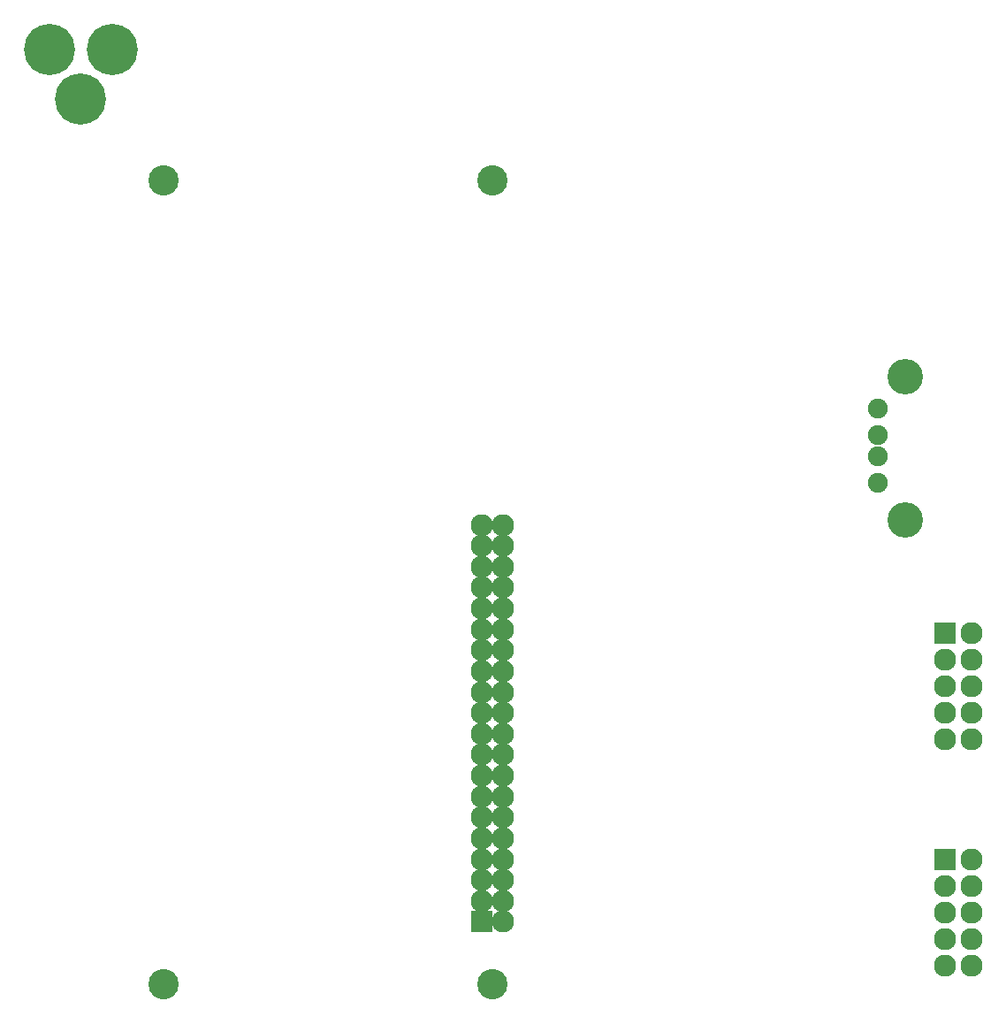
<source format=gbr>
G04 #@! TF.FileFunction,Soldermask,Bot*
%FSLAX46Y46*%
G04 Gerber Fmt 4.6, Leading zero omitted, Abs format (unit mm)*
G04 Created by KiCad (PCBNEW 4.0.7) date 05/19/19 12:52:10*
%MOMM*%
%LPD*%
G01*
G04 APERTURE LIST*
%ADD10C,0.100000*%
%ADD11R,2.127200X2.127200*%
%ADD12O,2.127200X2.127200*%
%ADD13C,2.900000*%
%ADD14C,1.900000*%
%ADD15C,3.400000*%
%ADD16C,4.900000*%
G04 APERTURE END LIST*
D10*
D11*
X99100000Y-140000000D03*
D12*
X101100000Y-140000000D03*
X99100000Y-138000000D03*
X101100000Y-138000000D03*
X99100000Y-136000000D03*
X101100000Y-136000000D03*
X99100000Y-134000000D03*
X101100000Y-134000000D03*
X99100000Y-132000000D03*
X101100000Y-132000000D03*
X99100000Y-130000000D03*
X101100000Y-130000000D03*
X99100000Y-128000000D03*
X101100000Y-128000000D03*
X99100000Y-126000000D03*
X101100000Y-126000000D03*
X99100000Y-124000000D03*
X101100000Y-124000000D03*
X99100000Y-122000000D03*
X101100000Y-122000000D03*
X99100000Y-120000000D03*
X101100000Y-120000000D03*
X99100000Y-118000000D03*
X101100000Y-118000000D03*
X99100000Y-116000000D03*
X101100000Y-116000000D03*
X99100000Y-114000000D03*
X101100000Y-114000000D03*
X99100000Y-112000000D03*
X101100000Y-112000000D03*
X99100000Y-110000000D03*
X101100000Y-110000000D03*
X99100000Y-108000000D03*
X101100000Y-108000000D03*
X99100000Y-106000000D03*
X101100000Y-106000000D03*
X99100000Y-104000000D03*
X101100000Y-104000000D03*
X99100000Y-102000000D03*
X101100000Y-102000000D03*
D13*
X100100000Y-146000000D03*
X68600000Y-146000000D03*
X68600000Y-69000000D03*
X100100000Y-69000000D03*
D14*
X137000000Y-90890000D03*
X137000000Y-93430000D03*
X137000000Y-95460000D03*
X137000000Y-98000000D03*
D15*
X139670000Y-87840000D03*
X139670000Y-101560000D03*
D16*
X63700140Y-56500000D03*
X57700660Y-56500000D03*
X60700400Y-61199000D03*
D11*
X143460000Y-134000000D03*
D12*
X146000000Y-134000000D03*
X143460000Y-136540000D03*
X146000000Y-136540000D03*
X143460000Y-139080000D03*
X146000000Y-139080000D03*
X143460000Y-141620000D03*
X146000000Y-141620000D03*
X143460000Y-144160000D03*
X146000000Y-144160000D03*
D11*
X143460000Y-112340000D03*
D12*
X146000000Y-112340000D03*
X143460000Y-114880000D03*
X146000000Y-114880000D03*
X143460000Y-117420000D03*
X146000000Y-117420000D03*
X143460000Y-119960000D03*
X146000000Y-119960000D03*
X143460000Y-122500000D03*
X146000000Y-122500000D03*
M02*

</source>
